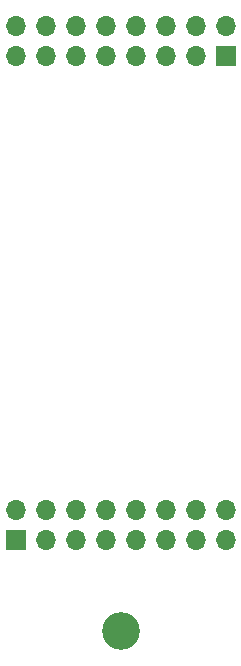
<source format=gbs>
%TF.GenerationSoftware,KiCad,Pcbnew,(5.1.9)-1*%
%TF.CreationDate,2021-08-13T19:59:19+01:00*%
%TF.ProjectId,PullUpDown,50756c6c-5570-4446-9f77-6e2e6b696361,rev?*%
%TF.SameCoordinates,Original*%
%TF.FileFunction,Soldermask,Bot*%
%TF.FilePolarity,Negative*%
%FSLAX46Y46*%
G04 Gerber Fmt 4.6, Leading zero omitted, Abs format (unit mm)*
G04 Created by KiCad (PCBNEW (5.1.9)-1) date 2021-08-13 19:59:19*
%MOMM*%
%LPD*%
G01*
G04 APERTURE LIST*
%ADD10C,3.200000*%
%ADD11R,1.700000X1.700000*%
%ADD12O,1.700000X1.700000*%
G04 APERTURE END LIST*
D10*
%TO.C,REF\u002A\u002A*%
X35000000Y-75500000D03*
%TD*%
D11*
%TO.C,J1*%
X26110000Y-67770000D03*
D12*
X26110000Y-65230000D03*
X28650000Y-67770000D03*
X28650000Y-65230000D03*
X31190000Y-67770000D03*
X31190000Y-65230000D03*
X33730000Y-67770000D03*
X33730000Y-65230000D03*
X36270000Y-67770000D03*
X36270000Y-65230000D03*
X38810000Y-67770000D03*
X38810000Y-65230000D03*
X41350000Y-67770000D03*
X41350000Y-65230000D03*
X43890000Y-67770000D03*
X43890000Y-65230000D03*
%TD*%
D11*
%TO.C,J2*%
X43890000Y-26770000D03*
D12*
X43890000Y-24230000D03*
X41350000Y-26770000D03*
X41350000Y-24230000D03*
X38810000Y-26770000D03*
X38810000Y-24230000D03*
X36270000Y-26770000D03*
X36270000Y-24230000D03*
X33730000Y-26770000D03*
X33730000Y-24230000D03*
X31190000Y-26770000D03*
X31190000Y-24230000D03*
X28650000Y-26770000D03*
X28650000Y-24230000D03*
X26110000Y-26770000D03*
X26110000Y-24230000D03*
%TD*%
M02*

</source>
